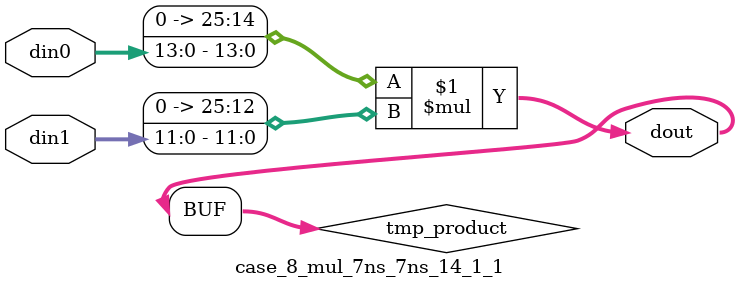
<source format=v>

`timescale 1 ns / 1 ps

 (* use_dsp = "no" *)  module case_8_mul_7ns_7ns_14_1_1(din0, din1, dout);
parameter ID = 1;
parameter NUM_STAGE = 0;
parameter din0_WIDTH = 14;
parameter din1_WIDTH = 12;
parameter dout_WIDTH = 26;

input [din0_WIDTH - 1 : 0] din0; 
input [din1_WIDTH - 1 : 0] din1; 
output [dout_WIDTH - 1 : 0] dout;

wire signed [dout_WIDTH - 1 : 0] tmp_product;
























assign tmp_product = $signed({1'b0, din0}) * $signed({1'b0, din1});











assign dout = tmp_product;





















endmodule

</source>
